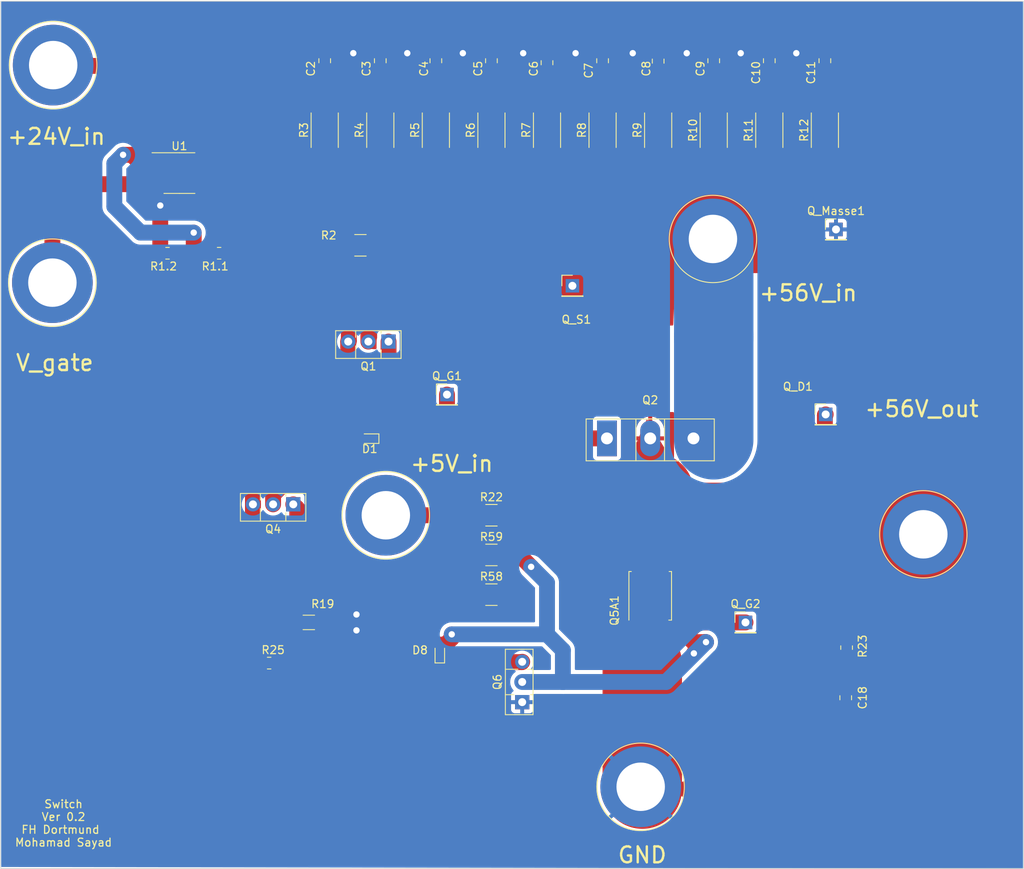
<source format=kicad_pcb>
(kicad_pcb (version 20221018) (generator pcbnew)
  (layers (0 "F.Cu" signal) (31 "B.Cu" signal) (34 "B.Paste" user) (35 "F.Paste" user) (36 "B.SilkS" user "B.Silkscreen") (37 "F.SilkS" user "F.Silkscreen") (38 "B.Mask" user) (39 "F.Mask" user) (44 "Edge.Cuts" user))
  (net 0 "")
  (net 1 "Net-(C18-Pad1)")
  (net 2 "GND")
  (net 3 "Net-(D1-K)")
  (net 4 "Net-(D8-A)")
  (net 5 "56V")
  (net 6 "D")
  (net 7 "Net-(Q4-B)")
  (net 8 "Tackt")
  (net 9 "Vp")
  (net 10 "Net-(C2-Pad1)")
  (net 11 "Net-(C3-Pad1)")
  (net 12 "Net-(C4-Pad1)")
  (net 13 "Net-(C5-Pad1)")
  (net 14 "Net-(C6-Pad1)")
  (net 15 "Net-(C7-Pad1)")
  (net 16 "Net-(C8-Pad1)")
  (net 17 "Net-(C9-Pad1)")
  (net 18 "Net-(C10-Pad1)")
  (net 19 "Net-(C11-Pad1)")
  (net 20 "G1")
  (net 21 "G2")
  (net 22 "Net-(Q4-E)")
  (net 23 "Net-(U1--)")
  (net 27 "Net-(U1-V+)")
  (footprint "Library:TO-247-3_MOSFET" (layer "F.Cu") (at 168.55 96.82)
    (fp_text reference "Q2" (at 5.45 -4.82) (layer "F.SilkS"))
    (fp_text value "IXTH90P10P")
    (fp_line (start -2.62 -2.451) (end -2.62 2.82) (stroke (width 0.12)) (layer "F.SilkS"))
    (fp_line (start -2.62 -2.451) (end 13.52 -2.451) (stroke (width 0.12)) (layer "F.SilkS"))
    (fp_line (start -2.62 2.82) (end 13.52 2.82) (stroke (width 0.12)) (layer "F.SilkS"))
    (fp_line (start 3.646 -2.451) (end 3.646 2.82) (stroke (width 0.12)) (layer "F.SilkS"))
    (fp_line (start 7.255 -2.451) (end 7.255 2.82) (stroke (width 0.12)) (layer "F.SilkS"))
    (fp_line (start 13.52 -2.451) (end 13.52 2.82) (stroke (width 0.12)) (layer "F.SilkS"))
    (pad "1" thru_hole oval (at 5.45 0) (size 2.5 4.5) (drill 1.5) (layers "*.Cu" "*.Mask") (net 6 "D"))
    (pad "2" thru_hole rect (at 0 0) (size 2.5 4.5) (drill 1.5) (layers "*.Cu" "*.Mask") (net 20 "G1"))
    (pad "3" thru_hole oval (at 10.9 0) (size 2.5 4.5) (drill 1.5) (layers "*.Cu" "*.Mask") (net 5 "56V"))
  )
  (footprint "Package_TO_SOT_THT:TO-126-3_Vertical" (layer "F.Cu") (at 157.875 130.04 90)
    (fp_text reference "Q6" (at 2.54 -3.12 90) (layer "F.SilkS"))
    (fp_text value "BD139")
    (fp_line (start -1.58 -2.12) (end -1.58 1.37) (stroke (width 0.12)) (layer "F.SilkS"))
    (fp_line (start -1.58 -2.12) (end 6.66 -2.12) (stroke (width 0.12)) (layer "F.SilkS"))
    (fp_line (start -1.58 1.37) (end 6.66 1.37) (stroke (width 0.12)) (layer "F.SilkS"))
    (fp_line (start 0.94 -2.12) (end 0.94 -1.05) (stroke (width 0.12)) (layer "F.SilkS"))
    (fp_line (start 0.94 1.05) (end 0.94 1.37) (stroke (width 0.12)) (layer "F.SilkS"))
    (fp_line (start 4.141 -2.12) (end 4.141 -0.54) (stroke (width 0.12)) (layer "F.SilkS"))
    (fp_line (start 4.141 0.54) (end 4.141 1.37) (stroke (width 0.12)) (layer "F.SilkS"))
    (fp_line (start 6.66 -2.12) (end 6.66 1.37) (stroke (width 0.12)) (layer "F.SilkS"))
    (pad "1" thru_hole rect (at 0 0 90) (size 1.8 1.8) (drill 1) (layers "*.Cu" "*.Mask") (net 2 "GND"))
    (pad "2" thru_hole oval (at 2.54 0 90) (size 1.8 1.8) (drill 1) (layers "*.Cu" "*.Mask") (net 21 "G2"))
    (pad "3" thru_hole oval (at 5.08 0 90) (size 1.8 1.8) (drill 1) (layers "*.Cu" "*.Mask") (net 4 "Net-(D8-A)"))
  )
  (footprint "Resistor_SMD:R_2512_6332Metric" (layer "F.Cu") (at 133 58 90)
    (fp_text reference "R3" (at 0 -2.62 90) (layer "F.SilkS"))
    (fp_text value "2R2")
    (fp_line (start -2.177064 -1.71) (end 2.177064 -1.71) (stroke (width 0.12)) (layer "F.SilkS"))
    (fp_line (start -2.177064 1.71) (end 2.177064 1.71) (stroke (width 0.12)) (layer "F.SilkS"))
    (pad "1" smd roundrect (at -2.9625 0 90) (size 1.225 3.35) (layers "F.Cu" "F.Paste" "F.Mask") (roundrect_rratio 0.204082) (net 5 "56V"))
    (pad "2" smd roundrect (at 2.9625 0 90) (size 1.225 3.35) (layers "F.Cu" "F.Paste" "F.Mask") (roundrect_rratio 0.204082) (net 10 "Net-(C2-Pad1)"))
  )
  (footprint "Resistor_SMD:R_2512_6332Metric" (layer "F.Cu") (at 175 58 90)
    (fp_text reference "R9" (at 0 -2.62 90) (layer "F.SilkS"))
    (fp_text value "2R2")
    (fp_line (start -2.177064 -1.71) (end 2.177064 -1.71) (stroke (width 0.12)) (layer "F.SilkS"))
    (fp_line (start -2.177064 1.71) (end 2.177064 1.71) (stroke (width 0.12)) (layer "F.SilkS"))
    (pad "1" smd roundrect (at -2.9625 0 90) (size 1.225 3.35) (layers "F.Cu" "F.Paste" "F.Mask") (roundrect_rratio 0.204082) (net 5 "56V"))
    (pad "2" smd roundrect (at 2.9625 0 90) (size 1.225 3.35) (layers "F.Cu" "F.Paste" "F.Mask") (roundrect_rratio 0.204082) (net 16 "Net-(C8-Pad1)"))
  )
  (footprint "Connector:Banana_Jack_1Pin" (layer "F.Cu") (at 98.7 77.2)
    (fp_text reference "V_gate" (at 0.3 10.1) (layer "F.SilkS") (effects (font (size 2 2) (thickness 0.3))))
    (fp_text value "Conn_01x01")
    (fp_circle (center 0 0) (end 5.5 0) (stroke (width 0.12)) (fill none) (layer "F.SilkS"))
    (pad "1" thru_hole circle (at 0 0) (size 10.16 10.16) (drill 6.1) (layers "*.Cu" "*.Mask") (net 8 "Tackt"))
  )
  (footprint "Capacitor_SMD:C_0805_2012Metric" (layer "F.Cu") (at 133 49.25 90)
    (fp_text reference "C2" (at -1 -1.75 90) (layer "F.SilkS"))
    (fp_text value "0.1uF")
    (fp_line (start -0.261252 -0.735) (end 0.261252 -0.735) (stroke (width 0.12)) (layer "F.SilkS"))
    (fp_line (start -0.261252 0.735) (end 0.261252 0.735) (stroke (width 0.12)) (layer "F.SilkS"))
    (pad "1" smd roundrect (at -0.95 0 90) (size 1 1.45) (layers "F.Cu" "F.Paste" "F.Mask") (net 10 "Net-(C2-Pad1)"))
    (pad "2" smd roundrect (at 0.95 0 90) (size 1 1.45) (layers "F.Cu" "F.Paste" "F.Mask") (net 2 "GND"))
  )
  (footprint "Capacitor_SMD:C_0805_2012Metric" (layer "F.Cu") (at 198.625 129.488316 -90)
    (fp_text reference "C18" (at 0 -2.125 90) (layer "F.SilkS"))
    (fp_text value "1nF")
    (fp_line (start -0.261252 -0.735) (end 0.261252 -0.735) (stroke (width 0.12)) (layer "F.SilkS"))
    (fp_line (start -0.261252 0.735) (end 0.261252 0.735) (stroke (width 0.12)) (layer "F.SilkS"))
    (pad "1" smd roundrect (at -0.95 0 270) (size 1 1.45) (layers "F.Cu" "F.Paste" "F.Mask") (net 1 "Net-(C18-Pad1)"))
    (pad "2" smd roundrect (at 0.95 0 270) (size 1 1.45) (layers "F.Cu" "F.Paste" "F.Mask") (net 2 "GND"))
  )
  (footprint "Library:D_SOD-523_new" (layer "F.Cu") (at 138.675 96.85 180)
    (fp_text reference "D1" (at 0 -1.3) (layer "F.SilkS"))
    (fp_text value "type=\"D\" model=\"BAT54XV2T5G\" lib=\"\"")
    (fp_line (start -1.15 -0.6) (end -1.15 0.6) (stroke (width 0.12)) (layer "F.SilkS"))
    (fp_line (start 0.7 -0.6) (end -1.15 -0.6) (stroke (width 0.12)) (layer "F.SilkS"))
    (fp_line (start 0.7 0.6) (end -1.15 0.6) (stroke (width 0.12)) (layer "F.SilkS"))
    (pad "1" smd rect (at -0.7 0) (size 0.6 0.7) (layers "F.Cu" "F.Paste" "F.Mask") (net 20 "G1"))
    (pad "2" smd rect (at 0.7 0) (size 0.6 0.7) (layers "F.Cu" "F.Paste" "F.Mask") (net 3 "Net-(D1-K)"))
  )
  (footprint "Capacitor_SMD:C_0805_2012Metric" (layer "F.Cu") (at 189 49.25 90)
    (fp_text reference "C10" (at -1.5 -1.68 90) (layer "F.SilkS"))
    (fp_text value "0.1uF")
    (fp_line (start -0.261252 -0.735) (end 0.261252 -0.735) (stroke (width 0.12)) (layer "F.SilkS"))
    (fp_line (start -0.261252 0.735) (end 0.261252 0.735) (stroke (width 0.12)) (layer "F.SilkS"))
    (pad "1" smd roundrect (at -0.95 0 90) (size 1 1.45) (layers "F.Cu" "F.Paste" "F.Mask") (net 18 "Net-(C10-Pad1)"))
    (pad "2" smd roundrect (at 0.95 0 90) (size 1 1.45) (layers "F.Cu" "F.Paste" "F.Mask") (net 2 "GND"))
  )
  (footprint "Package_TO_SOT_SMD:TDSON-8-1" (layer "F.Cu") (at 174 116.65 90)
    (fp_text reference "Q5A1" (at -1.85 -4.5 90) (layer "F.SilkS"))
    (fp_text value "BSC340N08NS3G")
    (fp_line (start -3.06 2.335) (end -3.06 2.685) (stroke (width 0.12)) (layer "F.SilkS"))
    (fp_line (start 3.06 -2.685) (end -3.06 -2.685) (stroke (width 0.12)) (layer "F.SilkS"))
    (fp_line (start 3.06 -2.385) (end 3.06 -2.685) (stroke (width 0.12)) (layer "F.SilkS"))
    (fp_line (start 3.06 2.385) (end 3.06 2.685) (stroke (width 0.12)) (layer "F.SilkS"))
    (fp_line (start 3.06 2.685) (end -3.06 2.685) (stroke (width 0.12)) (layer "F.SilkS"))
    (pad "1" smd rect (at -2.9 -1.905 90) (size 0.85 0.5) (layers "F.Cu" "F.Paste" "F.Mask") (net 2 "GND"))
    (pad "2" smd rect (at -2.9 -0.635 90) (size 0.85 0.5) (layers "F.Cu" "F.Paste" "F.Mask") (net 2 "GND"))
    (pad "3" smd rect (at -2.9 0.635 90) (size 0.85 0.5) (layers "F.Cu" "F.Paste" "F.Mask") (net 2 "GND"))
    (pad "4" smd rect (at -2.9 1.905 90) (size 0.85 0.5) (layers "F.Cu" "F.Paste" "F.Mask") (net 21 "G2"))
    (pad "5" smd rect (at 1.05 0 90) (size 4.55 4.41) (layers "F.Cu") (net 6 "D"))
  )
  (footprint "Capacitor_SMD:C_0805_2012Metric" (layer "F.Cu") (at 147 49.25 90)
    (fp_text reference "C4" (at -1 -1.5 90) (layer "F.SilkS"))
    (fp_text value "0.1uF")
    (fp_line (start -0.261252 -0.735) (end 0.261252 -0.735) (stroke (width 0.12)) (layer "F.SilkS"))
    (fp_line (start -0.261252 0.735) (end 0.261252 0.735) (stroke (width 0.12)) (layer "F.SilkS"))
    (pad "1" smd roundrect (at -0.95 0 90) (size 1 1.45) (layers "F.Cu" "F.Paste" "F.Mask") (net 12 "Net-(C4-Pad1)"))
    (pad "2" smd roundrect (at 0.95 0 90) (size 1 1.45) (layers "F.Cu" "F.Paste" "F.Mask") (net 2 "GND"))
  )
  (footprint "Capacitor_SMD:C_0805_2012Metric" (layer "F.Cu") (at 175 49.3 90)
    (fp_text reference "C8" (at -0.95 -1.5 90) (layer "F.SilkS"))
    (fp_text value "0.1uF")
    (fp_line (start -0.261252 -0.735) (end 0.261252 -0.735) (stroke (width 0.12)) (layer "F.SilkS"))
    (fp_line (start -0.261252 0.735) (end 0.261252 0.735) (stroke (width 0.12)) (layer "F.SilkS"))
    (pad "1" smd roundrect (at -0.95 0 90) (size 1 1.45) (layers "F.Cu" "F.Paste" "F.Mask") (net 16 "Net-(C8-Pad1)"))
    (pad "2" smd roundrect (at 0.95 0 90) (size 1 1.45) (layers "F.Cu" "F.Paste" "F.Mask") (net 2 "GND"))
  )
  (footprint "Resistor_SMD:R_1206_3216Metric" (layer "F.Cu") (at 131 120)
    (fp_text reference "R19" (at 1.75 -2.32) (layer "F.SilkS"))
    (fp_text value "120R")
    (fp_line (start -0.727064 -0.91) (end 0.727064 -0.91) (stroke (width 0.12)) (layer "F.SilkS"))
    (fp_line (start -0.727064 0.91) (end 0.727064 0.91) (stroke (width 0.12)) (layer "F.SilkS"))
    (pad "1" smd roundrect (at -1.4625 0) (size 1.125 1.75) (layers "F.Cu" "F.Paste" "F.Mask") (roundrect_rratio 0.222222) (net 22 "Net-(Q4-E)"))
    (pad "2" smd roundrect (at 1.4625 0) (size 1.125 1.75) (layers "F.Cu" "F.Paste" "F.Mask") (roundrect_rratio 0.222222) (net 2 "GND"))
  )
  (footprint "Connector:Banana_Jack_1Pin" (layer "F.Cu") (at 98.8 49.8)
    (fp_text reference "+24V_in" (at 0.4 9) (layer "F.SilkS") (effects (font (size 2 2) (thickness 0.3))))
    (fp_text value "Conn_01x01")
    (fp_circle (center 0 0) (end 5.5 0) (stroke (width 0.12)) (fill none) (layer "F.SilkS"))
    (pad "1" thru_hole circle (at 0 0) (size 10.16 10.16) (drill 6.1) (layers "*.Cu" "*.Mask") (net 27 "Net-(U1-V+)"))
  )
  (footprint "Resistor_SMD:R_0805_2012Metric" (layer "F.Cu") (at 126 125.125)
    (fp_text reference "R25" (at 0.5 -1.65) (layer "F.SilkS"))
    (fp_text value "4k7")
    (fp_line (start -0.227064 -0.735) (end 0.227064 -0.735) (stroke (width 0.12)) (layer "F.SilkS"))
    (fp_line (start -0.227064 0.735) (end 0.227064 0.735) (stroke (width 0.12)) (layer "F.SilkS"))
    (pad "1" smd roundrect (at -0.9125 0) (size 1.025 1.4) (layers "F.Cu" "F.Paste" "F.Mask") (roundrect_rratio 0.243902) (net 7 "Net-(Q4-B)"))
    (pad "2" smd roundrect (at 0.9125 0) (size 1.025 1.4) (layers "F.Cu" "F.Paste" "F.Mask") (roundrect_rratio 0.243902) (net 4 "Net-(D8-A)"))
  )
  (footprint "Connector_PinHeader_2.54mm:PinHeader_1x01_P2.54mm_Vertical" (layer "F.Cu") (at 164.2 77.6)
    (fp_text reference "Q_S1" (at 0.5 4.25) (layer "F.SilkS"))
    (fp_text value "Conn_01x01")
    (fp_line (start -1.33 -1.33) (end 0 -1.33) (stroke (width 0.12)) (layer "F.SilkS"))
    (fp_line (start -1.33 0) (end -1.33 -1.33) (stroke (width 0.12)) (layer "F.SilkS"))
    (fp_line (start -1.33 1.27) (end -1.33 1.33) (stroke (width 0.12)) (layer "F.SilkS"))
    (fp_line (start -1.33 1.27) (end 1.33 1.27) (stroke (width 0.12)) (layer "F.SilkS"))
    (fp_line (start -1.33 1.33) (end 1.33 1.33) (stroke (width 0.12)) (layer "F.SilkS"))
    (fp_line (start 1.33 1.27) (end 1.33 1.33) (stroke (width 0.12)) (layer "F.SilkS"))
    (pad "1" thru_hole rect (at 0 0) (size 1.7 1.7) (drill 1) (layers "*.Cu" "*.Mask") (net 5 "56V"))
  )
  (footprint "Connector:Banana_Jack_1Pin" (layer "F.Cu") (at 181.9 71.7)
    (fp_text reference "+56V_in" (at 12 6.8) (layer "F.SilkS") (effects (font (size 2 2) (thickness 0.3))))
    (fp_text value "Conn_01x01")
    (fp_circle (center 0 0) (end 5.5 0) (stroke (width 0.12)) (fill none) (layer "F.SilkS"))
    (pad "1" thru_hole circle (at 0 0) (size 10.16 10.16) (drill 6.1) (layers "*.Cu" "*.Mask") (net 5 "56V"))
  )
  (footprint "Capacitor_SMD:C_0805_2012Metric" (layer "F.Cu") (at 140 49.25 90)
    (fp_text reference "C3" (at -1 -1.75 90) (layer "F.SilkS"))
    (fp_text value "0.1uF")
    (fp_line (start -0.261252 -0.735) (end 0.261252 -0.735) (stroke (width 0.12)) (layer "F.SilkS"))
    (fp_line (start -0.261252 0.735) (end 0.261252 0.735) (stroke (width 0.12)) (layer "F.SilkS"))
    (pad "1" smd roundrect (at -0.95 0 90) (size 1 1.45) (layers "F.Cu" "F.Paste" "F.Mask") (net 11 "Net-(C3-Pad1)"))
    (pad "2" smd roundrect (at 0.95 0 90) (size 1 1.45) (layers "F.Cu" "F.Paste" "F.Mask") (net 2 "GND"))
  )
  (footprint "Connector_PinHeader_2.54mm:PinHeader_1x01_P2.54mm_Vertical" (layer "F.Cu") (at 148.4 91.3)
    (fp_text reference "Q_G1" (at 0 -2.33) (layer "F.SilkS"))
    (fp_text value "Conn_01x01")
    (fp_line (start -1.33 -1.33) (end 0 -1.33) (stroke (width 0.12)) (layer "F.SilkS"))
    (fp_line (start -1.33 0) (end -1.33 -1.33) (stroke (width 0.12)) (layer "F.SilkS"))
    (fp_line (start -1.33 1.27) (end -1.33 1.33) (stroke (width 0.12)) (layer "F.SilkS"))
    (fp_line (start -1.33 1.27) (end 1.33 1.27) (stroke (width 0.12)) (layer "F.SilkS"))
    (fp_line (start -1.33 1.33) (end 1.33 1.33) (stroke (width 0.12)) (layer "F.SilkS"))
    (fp_line (start 1.33 1.27) (end 1.33 1.33) (stroke (width 0.12)) (layer "F.SilkS"))
    (pad "1" thru_hole rect (at 0 0) (size 1.7 1.7) (drill 1) (layers "*.Cu" "*.Mask") (net 20 "G1"))
  )
  (footprint "Resistor_SMD:R_2512_6332Metric" (layer "F.Cu") (at 147 58 90)
    (fp_text reference "R5" (at 0 -2.62 90) (layer "F.SilkS"))
    (fp_text value "2R2")
    (fp_line (start -2.177064 -1.71) (end 2.177064 -1.71) (stroke (width 0.12)) (layer "F.SilkS"))
    (fp_line (start -2.177064 1.71) (end 2.177064 1.71) (stroke (width 0.12)) (layer "F.SilkS"))
    (pad "1" smd roundrect (at -2.9625 0 90) (size 1.225 3.35) (layers "F.Cu" "F.Paste" "F.Mask") (roundrect_rratio 0.204082) (net 5 "56V"))
    (pad "2" smd roundrect (at 2.9625 0 90) (size 1.225 3.35) (layers "F.Cu" "F.Paste" "F.Mask") (roundrect_rratio 0.204082) (net 12 "Net-(C4-Pad1)"))
  )
  (footprint "Connector:Banana_Jack_1Pin" (layer "F.Cu") (at 208.4 108.9)
    (fp_text reference "+56V_out" (at -0.2 -15.8) (layer "F.SilkS") (effects (font (size 2 2) (thickness 0.3))))
    (fp_text value "Conn_01x01")
    (fp_circle (center 0 0) (end 5.5 0) (stroke (width 0.12)) (fill none) (layer "F.SilkS"))
    (pad "1" thru_hole circle (at 0 0) (size 10.16 10.16) (drill 6.1) (layers "*.Cu" "*.Mask") (net 6 "D"))
  )
  (footprint "Capacitor_SMD:C_0805_2012Metric" (layer "F.Cu") (at 196 49.25 90)
    (fp_text reference "C11" (at -1.5 -1.75 90) (layer "F.SilkS"))
    (fp_text value "0.1uF")
    (fp_line (start -0.261252 -0.735) (end 0.261252 -0.735) (stroke (width 0.12)) (layer "F.SilkS"))
    (fp_line (start -0.261252 0.735) (end 0.261252 0.735) (stroke (width 0.12)) (layer "F.SilkS"))
    (pad "1" smd roundrect (at -0.95 0 90) (size 1 1.45) (layers "F.Cu" "F.Paste" "F.Mask") (net 19 "Net-(C11-Pad1)"))
    (pad "2" smd roundrect (at 0.95 0 90) (size 1 1.45) (layers "F.Cu" "F.Paste" "F.Mask") (net 2 "GND"))
  )
  (footprint "Connector_PinHeader_2.54mm:PinHeader_1x01_P2.54mm_Vertical" (layer "F.Cu") (at 186 120)
    (fp_text reference "Q_G2" (at 0 -2.33) (layer "F.SilkS"))
    (fp_text value "Conn_01x01")
    (fp_line (start -1.33 -1.33) (end 0 -1.33) (stroke (width 0.12)) (layer "F.SilkS"))
    (fp_line (start -1.33 0) (end -1.33 -1.33) (stroke (width 0.12)) (layer "F.SilkS"))
    (fp_line (start -1.33 1.27) (end -1.33 1.33) (stroke (width 0.12)) (layer "F.SilkS"))
    (fp_line (start -1.33 1.27) (end 1.33 1.27) (stroke (width 0.12)) (layer "F.SilkS"))
    (fp_line (start -1.33 1.33) (end 1.33 1.33) (stroke (width 0.12)) (layer "F.SilkS"))
    (fp_line (start 1.33 1.27) (end 1.33 1.33) (stroke (width 0.12)) (layer "F.SilkS"))
    (pad "1" thru_hole rect (at 0 0) (size 1.7 1.7) (drill 1) (layers "*.Cu" "*.Mask") (net 21 "G2"))
  )
  (footprint "Resistor_SMD:R_0805_2012Metric" (layer "F.Cu") (at 198.735 123.173752 -90)
    (fp_text reference "R23" (at -0.173752 -2.015 90) (layer "F.SilkS"))
    (fp_text value "2R2")
    (fp_line (start -0.227064 -0.735) (end 0.227064 -0.735) (stroke (width 0.12)) (layer "F.SilkS"))
    (fp_line (start -0.227064 0.735) (end 0.227064 0.735) (stroke (width 0.12)) (layer "F.SilkS"))
    (pad "1" smd roundrect (at -0.9125 0 270) (size 1.025 1.4) (layers "F.Cu" "F.Paste" "F.Mask") (roundrect_rratio 0.243902) (net 6 "D"))
    (pad "2" smd roundrect (at 0.9125 0 270) (size 1.025 1.4) (layers "F.Cu" "F.Paste" "F.Mask") (roundrect_rratio 0.243902) (net 1 "Net-(C18-Pad1)"))
  )
  (footprint "Connector:Banana_Jack_1Pin" (layer "F.Cu") (at 140.7 106.5)
    (fp_text reference "+5V_in" (at 8.3 -6.5) (layer "F.SilkS") (effects (font (size 2 2) (thickness 0.3))))
    (fp_text value "Conn_01x01")
    (fp_circle (center 0 0) (end 5.5 0) (stroke (width 0.12)) (fill none) (layer "F.SilkS"))
    (pad "1" thru_hole circle (at 0 0) (size 10.16 10.16) (drill 6.1) (layers "*.Cu" "*.Mask") (net 9 "Vp"))
  )
  (footprint "Resistor_SMD:R_2512_6332Metric" (layer "F.Cu") (at 168 58 90)
    (fp_text reference "R8" (at 0 -2.62 90) (layer "F.SilkS"))
    (fp_text value "2R2")
    (fp_line (start -2.177064 -1.71) (end 2.177064 -1.71) (stroke (width 0.12)) (layer "F.SilkS"))
    (fp_line (start -2.177064 1.71) (end 2.177064 1.71) (stroke (width 0.12)) (layer "F.SilkS"))
    (pad "1" smd roundrect (at -2.9625 0 90) (size 1.225 3.35) (layers "F.Cu" "F.Paste" "F.Mask") (roundrect_rratio 0.204082) (net 5 "56V"))
    (pad "2" smd roundrect (at 2.9625 0 90) (size 1.225 3.35) (layers "F.Cu" "F.Paste" "F.Mask") (roundrect_rratio 0.204082) (net 15 "Net-(C7-Pad1)"))
  )
  (footprint "Capacitor_SMD:C_0805_2012Metric" (layer "F.Cu") (at 154 49.25 90)
    (fp_text reference "C5" (at -1 -1.68 90) (layer "F.SilkS"))
    (fp_text value "0.1uF")
    (fp_line (start -0.261252 -0.735) (end 0.261252 -0.735) (stroke (width 0.12)) (layer "F.SilkS"))
    (fp_line (start -0.261252 0.735) (end 0.261252 0.735) (stroke (width 0.12)) (layer "F.SilkS"))
    (pad "1" smd roundrect (at -0.95 0 90) (size 1 1.45) (layers "F.Cu" "F.Paste" "F.Mask") (net 13 "Net-(C5-Pad1)"))
    (pad "2" smd roundrect (at 0.95 0 90) (size 1 1.45) (layers "F.Cu" "F.Paste" "F.Mask") (net 2 "GND"))
  )
  (footprint "Package_SO:SOIC-8_3.9x4.9mm_P1.27mm" (layer "F.Cu") (at 114.7 63.4)
    (fp_text reference "U1" (at 0 -3.4) (layer "F.SilkS"))
    (fp_text value "AD8033")
    (fp_line (start 0 -2.56) (end -3.45 -2.56) (stroke (width 0.12)) (layer "F.SilkS"))
    (fp_line (start 0 -2.56) (end 1.95 -2.56) (stroke (width 0.12)) (layer "F.SilkS"))
    (fp_line (start 0 2.56) (end -1.95 2.56) (stroke (width 0.12)) (layer "F.SilkS"))
    (fp_line (start 0 2.56) (end 1.95 2.56) (stroke (width 0.12)) (layer "F.SilkS"))
    (pad "1" smd roundrect (at -2.475 -1.905) (size 1.95 0.6) (layers "F.Cu" "F.Paste" "F.Mask"))
    (pad "2" smd roundrect (at -2.475 -0.635) (size 1.95 0.6) (layers "F.Cu" "F.Paste" "F.Mask") (net 23 "Net-(U1--)"))
    (pad "3" smd roundrect (at -2.475 0.635) (size 1.95 0.6) (layers "F.Cu" "F.Paste" "F.Mask") (net 8 "Tackt"))
    (pad "4" smd roundrect (at -2.475 1.905) (size 1.95 0.6) (layers "F.Cu" "F.Paste" "F.Mask") (net 2 "GND"))
    (pad "5" smd roundrect (at 2.475 1.905) (size 1.95 0.6) (layers "F.Cu" "F.Paste" "F.Mask"))
    (pad "6" smd roundrect (at 2.475 0.635) (size 1.95 0.6) (layers "F.Cu" "F.Paste" "F.Mask") (net 7 "Net-(Q4-B)"))
    (pad "7" smd roundrect (at 2.475 -0.635) (size 1.95 0.6) (layers "F.Cu" "F.Paste" "F.Mask") (net 27 "Net-(U1-V+)"))
    (pad "8" smd roundrect (at 2.475 -1.905) (size 1.95 0.6) (layers "F.Cu" "F.Paste" "F.Mask"))
  )
  (footprint "Package_TO_SOT_THT:TO-126-3_Vertical" (layer "F.Cu") (at 141.04 84.625 180)
    (fp_text reference "Q1" (at 2.54 -3.12) (layer "F.SilkS"))
    (fp_text value "BD139")
    (fp_line (start -1.58 -2.12) (end -1.58 1.37) (stroke (width 0.12)) (layer "F.SilkS"))
    (fp_line (start -1.58 -2.12) (end 6.66 -2.12) (stroke (width 0.12)) (layer "F.SilkS"))
    (fp_line (start -1.58 1.37) (end 6.66 1.37) (stroke (width 0.12)) (layer "F.SilkS"))
    (fp_line (start 0.94 -2.12) (end 0.94 -1.05) (stroke (width 0.12)) (layer "F.SilkS"))
    (fp_line (start 0.94 1.05) (end 0.94 1.37) (stroke (width 0.12)) (layer "F.SilkS"))
    (fp_line (start 4.141 -2.12) (end 4.141 -0.54) (stroke (width 0.12)) (layer "F.SilkS"))
    (fp_line (start 4.141 0.54) (end 4.141 1.37) (stroke (width 0.12)) (layer "F.SilkS"))
    (fp_line (start 6.66 -2.12) (end 6.66 1.37) (stroke (width 0.12)) (layer "F.SilkS"))
    (pad "1" thru_hole rect (at 0 0 180) (size 1.8 1.8) (drill 1) (layers "*.Cu" "*.Mask") (net 20 "G1"))
    (pad "2" thru_hole oval (at 2.54 0 180) (size 1.8 1.8) (drill 1) (layers "*.Cu" "*.Mask") (net 5 "56V"))
    (pad "3" thru_hole oval (at 5.08 0 180) (size 1.8 1.8) (drill 1) (layers "*.Cu" "*.Mask") (net 3 "Net-(D1-K)"))
  )
  (footprint "Resistor_SMD:R_2512_6332Metric" (layer "F.Cu") (at 189 58 90)
    (fp_text reference "R11" (at 0 -2.62 90) (layer "F.SilkS"))
    (fp_text value "2R2")
    (fp_line (start -2.177064 -1.71) (end 2.177064 -1.71) (stroke (width 0.12)) (layer "F.SilkS"))
    (fp_line (start -2.177064 1.71) (end 2.177064 1.71) (stroke (width 0.12)) (layer "F.SilkS"))
    (pad "1" smd roundrect (at -2.9625 0 90) (size 1.225 3.35) (layers "F.Cu" "F.Paste" "F.Mask") (roundrect_rratio 0.204082) (net 5 "56V"))
    (pad "2" smd roundrect (at 2.9625 0 90) (size 1.225 3.35) (layers "F.Cu" "F.Paste" "F.Mask") (roundrect_rratio 0.204082) (net 18 "Net-(C10-Pad1)"))
  )
  (footprint "Resistor_SMD:R_1210_3225Metric" (layer "F.Cu") (at 154 111.5)
    (fp_text reference "R59" (at 0 -2.28) (layer "F.SilkS"))
    (fp_text value "220R")
    (fp_line (start -0.723737 -1.355) (end 0.723737 -1.355) (stroke (width 0.12)) (layer "F.SilkS"))
    (fp_line (start -0.723737 1.355) (end 0.723737 1.355) (stroke (width 0.12)) (layer "F.SilkS"))
    (pad "1" smd roundrect (at -1.4625 0) (size 1.125 2.65) (layers "F.Cu" "F.Paste" "F.Mask") (roundrect_rratio 0.222222) (net 9 "Vp"))
    (pad "2" smd roundrect (at 1.4625 0) (size 1.125 2.65) (layers "F.Cu" "F.Paste" "F.Mask") (roundrect_rratio 0.222222) (net 21 "G2"))
  )
  (footprint "Resistor_SMD:R_1210_3225Metric" (layer "F.Cu") (at 154 106.5)
    (fp_text reference "R22" (at 0 -2.28) (layer "F.SilkS"))
    (fp_text value "220R")
    (fp_line (start -0.723737 -1.355) (end 0.723737 -1.355) (stroke (width 0.12)) (layer "F.SilkS"))
    (fp_line (start -0.723737 1.355) (end 0.723737 1.355) (stroke (width 0.12)) (layer "F.SilkS"))
    (pad "1" smd roundrect (at -1.4625 0) (size 1.125 2.65) (layers "F.Cu" "F.Paste" "F.Mask") (roundrect_rratio 0.222222) (net 9 "Vp"))
    (pad "2" smd roundrect (at 1.4625 0) (size 1.125 2.65) (layers "F.Cu" "F.Paste" "F.Mask") (roundrect_rratio 0.222222) (net 21 "G2"))
  )
  (footprint "Resistor_SMD:R_2512_6332Metric" (layer "F.Cu") (at 196 58 90)
    (fp_text reference "R12" (at 0 -2.62 90) (layer "F.SilkS"))
    (fp_text value "2R2")
    (fp_line (start -2.177064 -1.71) (end 2.177064 -1.71) (stroke (width 0.12)) (layer "F.SilkS"))
    (fp_line (start -2.177064 1.71) (end 2.177064 1.71) (stroke (width 0.12)) (layer "F.SilkS"))
    (pad "1" smd roundrect (at -2.9625 0 90) (size 1.225 3.35) (layers "F.Cu" "F.Paste" "F.Mask") (roundrect_rratio 0.204082) (net 5 "56V"))
    (pad "2" smd roundrect (at 2.9625 0 90) (size 1.225 3.35) (layers "F.Cu" "F.Paste" "F.Mask") (roundrect_rratio 0.204082) (net 19 "Net-(C11-Pad1)"))
  )
  (footprint "Resistor_SMD:R_1210_3225Metric" (layer "F.Cu") (at 154 116.5)
    (fp_text reference "R58" (at 0 -2.28) (layer "F.SilkS"))
    (fp_text value "220R")
    (fp_line (start -0.723737 -1.355) (end 0.723737 -1.355) (stroke (width 0.12)) (layer "F.SilkS"))
    (fp_line (start -0.723737 1.355) (end 0.723737 1.355) (stroke (width 0.12)) (layer "F.SilkS"))
    (pad "1" smd roundrect (at -1.4625 0) (size 1.125 2.65) (layers "F.Cu" "F.Paste" "F.Mask") (roundrect_rratio 0.222222) (net 9 "Vp"))
    (pad "2" smd roundrect (at 1.4625 0) (size 1.125 2.65) (layers "F.Cu" "F.Paste" "F.Mask") (roundrect_rratio 0.222222) (net 21 "G2"))
  )
  (footprint "Resistor_SMD:R_1210_3225Metric" (layer "F.Cu") (at 137.5 72.5 180)
    (fp_text reference "R2" (at 4 1.25) (layer "F.SilkS"))
    (fp_text value "330R")
    (fp_line (start -0.723737 -1.355) (end 0.723737 -1.355) (stroke (width 0.12)) (layer "F.SilkS"))
    (fp_line (start -0.723737 1.355) (end 0.723737 1.355) (stroke (width 0.12)) (layer "F.SilkS"))
    (pad "1" smd roundrect (at -1.4625 0 180) (size 1.125 2.65) (layers "F.Cu" "F.Paste" "F.Mask") (roundrect_rratio 0.222222) (net 5 "56V"))
    (pad "2" smd roundrect (at 1.4625 0 180) (size 1.125 2.65) (layers "F.Cu" "F.Paste" "F.Mask") (roundrect_rratio 0.222222) (net 3 "Net-(D1-K)"))
  )
  (footprint "Capacitor_SMD:C_0805_2012Metric" (layer "F.Cu") (at 182 49.25 90)
    (fp_text reference "C9" (at -1 -1.68 90) (layer "F.SilkS"))
    (fp_text value "0.1uF")
    (fp_line (start -0.261252 -0.735) (end 0.261252 -0.735) (stroke (width 0.12)) (layer "F.SilkS"))
    (fp_line (start -0.261252 0.735) (end 0.261252 0.735) (stroke (width 0.12)) (layer "F.SilkS"))
    (pad "1" smd roundrect (at -0.95 0 90) (size 1 1.45) (layers "F.Cu" "F.Paste" "F.Mask") (net 17 "Net-(C9-Pad1)"))
    (pad "2" smd roundrect (at 0.95 0 90) (size 1 1.45) (layers "F.Cu" "F.Paste" "F.Mask") (net 2 "GND"))
  )
  (footprint "Connector_PinHeader_2.54mm:PinHeader_1x01_P2.54mm_Vertical" (layer "F.Cu") (at 197.4 70.5)
    (fp_text reference "Q_Masse1" (at 0 -2.33) (layer "F.SilkS"))
    (fp_text value "Conn_01x01")
    (fp_line (start -1.33 -1.33) (end 0 -1.33) (stroke (width 0.12)) (layer "F.SilkS"))
    (fp_line (start -1.33 0) (end -1.33 -1.33) (stroke (width 0.12)) (layer "F.SilkS"))
    (fp_line (start -1.33 1.27) (end -1.33 1.33) (stroke (width 0.12)) (layer "F.SilkS"))
    (fp_line (start -1.33 1.27) (end 1.33 1.27) (stroke (width 0.12)) (layer "F.SilkS"))
    (fp_line (start -1.33 1.33) (end 1.33 1.33) (stroke (width 0.12)) (layer "F.SilkS"))
    (fp_line (start 1.33 1.27) (end 1.33 1.33) (stroke (width 0.12)) (layer "F.SilkS"))
    (pad "1" thru_hole rect (at 0 0) (size 1.7 1.7) (drill 1) (layers "*.Cu" "*.Mask") (net 2 "GND"))
  )
  (footprint "Connector_PinHeader_2.54mm:PinHeader_1x01_P2.54mm_Vertical" (layer "F.Cu") (at 196.1 93.8)
    (fp_text reference "Q_D1" (at -3.5 -3.5) (layer "F.SilkS"))
    (fp_text value "Conn_01x01")
    (fp_line (start -1.33 -1.33) (end 0 -1.33) (stroke (width 0.12)) (layer "F.SilkS"))
    (fp_line (start -1.33 0) (end -1.33 -1.33) (stroke (width 0.12)) (layer "F.SilkS"))
    (fp_line (start -1.33 1.27) (end -1.33 1.33) (stroke (width 0.12)) (layer "F.SilkS"))
    (fp_line (start -1.33 1.27) (end 1.33 1.27) (stroke (width 0.12)) (layer "F.SilkS"))
    (fp_line (start -1.33 1.33) (end 1.33 1.33) (stroke (width 0.12)) (layer "F.SilkS"))
    (fp_line (start 1.33 1.27) (end 1.33 1.33) (stroke (width 0.12)) (layer "F.SilkS"))
    (pad "1" thru_hole rect (at 0 0) (size 1.7 1.7) (drill 1) (layers "*.Cu" "*.Mask") (net 6 "D"))
  )
  (footprint "Capacitor_SMD:C_0805_2012Metric" (layer "F.Cu") (at 168 49.25 90)
    (fp_text reference "C7" (at -1.25 -1.75 90) (layer "F.SilkS"))
    (fp_text value "0.1uF")
    (fp_line (start -0.261252 -0.735) (end 0.261252 -0.735) (stroke (width 0.12)) (layer "F.SilkS"))
    (fp_line (start -0.261252 0.735) (end 0.261252 0.735) (stroke (width 0.12)) (layer "F.SilkS"))
    (pad "1" smd roundrect (at -0.95 0 90) (size 1 1.45) (layers "F.Cu" "F.Paste" "F.Mask") (net 15 "Net-(C7-Pad1)"))
    (pad "2" smd roundrect (at 0.95 0 90) (size 1 1.45) (layers "F.Cu" "F.Paste" "F.Mask") (net 2 "GND"))
  )
  (footprint "Resistor_SMD:R_2512_6332Metric" (layer "F.Cu") (at 140 58 90)
    (fp_text reference "R4" (at 0 -2.62 90) (layer "F.SilkS"))
    (fp_text value "2R2")
    (fp_line (start -2.177064 -1.71) (end 2.177064 -1.71) (stroke (width 0.12)) (layer "F.SilkS"))
    (fp_line (start -2.177064 1.71) (end 2.177064 1.71) (stroke (width 0.12)) (layer "F.SilkS"))
    (pad "1" smd roundrect (at -2.9625 0 90) (size 1.225 3.35) (layers "F.Cu" "F.Paste" "F.Mask") (roundrect_rratio 0.204082) (net 5 "56V"))
    (pad "2" smd roundrect (at 2.9625 0 90) (size 1.225 3.35) (layers "F.Cu" "F.Paste" "F.Mask") (roundrect_rratio 0.204082) (net 11 "Net-(C3-Pad1)"))
  )
  (footprint "Resistor_SMD:R_0805_2012Metric" (layer "F.Cu") (at 113.2 73.5 180)
    (fp_text reference "R1.2" (at 0.5 -1.65) (layer "F.SilkS"))
    (fp_text value "2k")
    (fp_line (start -0.227064 -0.735) (end 0.227064 -0.735) (stroke (width 0.12)) (layer "F.SilkS"))
    (fp_line (start -0.227064 0.735) (end 0.227064 0.735) (stroke (width 0.12)) (layer "F.SilkS"))
    (pad "1" smd roundrect (at -0.9125 0 180) (size 1.025 1.4) (layers "F.Cu" "F.Paste" "F.Mask") (roundrect_rratio 0.243902) (net 23 "Net-(U1--)"))
    (pad "2" smd roundrect (at 0.9125 0 180) (size 1.025 1.4) (layers "F.Cu" "F.Paste" "F.Mask") (roundrect_rratio 0.243902) (net 2 "GND"))
  )
  (footprint "Resistor_SMD:R_2512_6332Metric" (layer "F.Cu") (at 161 58 90)
    (fp_text reference "R7" (at 0 -2.62 90) (layer "F.SilkS"))
    (fp_text value "2R2")
    (fp_line (start -2.177064 -1.71) (end 2.177064 -1.71) (stroke (width 0.12)) (layer "F.SilkS"))
    (fp_line (start -2.177064 1.71) (end 2.177064 1.71) (stroke (width 0.12)) (layer "F.SilkS"))
    (pad "1" smd roundrect (at -2.9625 0 90) (size 1.225 3.35) (layers "F.Cu" "F.Paste" "F.Mask") (roundrect_rratio 0.204082) (net 5 "56V"))
    (pad "2" smd roundrect (at 2.9625 0 90) (size 1.225 3.35) (layers "F.Cu" "F.Paste" "F.Mask") (roundrect_rratio 0.204082) (net 14 "Net-(C6-Pad1)"))
  )
  (footprint "Connector:Banana_Jack_1Pin" (layer "F.Cu") (at 172.8 140.7)
    (fp_text reference "GND" (at 0.2 8.6) (layer "F.SilkS") (effects (font (size 2 2) (thickness 0.3))))
    (fp_text value "Conn_01x01")
    (fp_circle (center 0 0) (end 5.5 0) (stroke (width 0.12)) (fill none) (layer "F.SilkS"))
    (pad "1" thru_hole circle (at 0 0) (size 10.16 10.16) (drill 6.1) (layers "*.Cu" "*.Mask") (net 2 "GND"))
  )
  (footprint "Package_TO_SOT_THT:TO-126-3_Vertical" (layer "F.Cu") (at 129.04 105.125 180)
    (fp_text reference "Q4" (at 2.54 -3.12) (layer "F.SilkS"))
    (fp_text value "BD139")
    (fp_line (start -1.58 -2.12) (end -1.58 1.37) (stroke (width 0.12)) (layer "F.SilkS"))
    (fp_line (start -1.58 -2.12) (end 6.66 -2.12) (stroke (width 0.12)) (layer "F.SilkS"))
    (fp_line (start -1.58 1.37) (end 6.66 1.37) (stroke (width 0.12)) (layer "F.SilkS"))
    (fp_line (start 0.94 -2.12) (end 0.94 -1.05) (stroke (width 0.12)) (layer "F.SilkS"))
    (fp_line (start 0.94 1.05) (end 0.94 1.37) (stroke (width 0.12)) (layer "F.SilkS"))
    (fp_line (start 4.141 -2.12) (end 4.141 -0.54) (stroke (width 0.12)) (layer "F.SilkS"))
    (fp_line (start 4.141 0.54) (end 4.141 1.37) (stroke (width 0.12)) (layer "F.SilkS"))
    (fp_line (start 6.66 -2.12) (end 6.66 1.37) (stroke (width 0.12)) (layer "F.SilkS"))
    (pad "1" thru_hole rect (at 0 0 180) (size 1.8 1.8) (drill 1) (layers "*.Cu" "*.Mask") (net 22 "Net-(Q4-E)"))
    (pad "2" thru_hole oval (at 2.54 0 180) (size 1.8 1.8) (drill 1) (layers "*.Cu" "*.Mask") (net 3 "Net-(D1-K)"))
    (pad "3" thru_hole oval (at 5.08 0 180) (size 1.8 1.8) (drill 1) (layers "*.Cu" "*.Mask") (net 7 "Net-(Q4-B)"))
  )
  (footprint "Library:D_SOD-523_new" (layer "F.Cu") (at 147.5 123.95 90)
    (fp_text reference "D8" (at 0.45 -2.5 180) (layer "F.SilkS"))
    (fp_text value "type=\"D\" model=\"BAT54XV2T5G\" lib=\"\"")
    (fp_line (start -1.15 -0.6) (end -1.15 0.6) (stroke (width 0.12)) (layer "F.SilkS"))
    (fp_line (start 0.7 -0.6) (end -1.15 -0.6) (stroke (width 0.12)) (layer "F.SilkS"))
    (fp_line (start 0.7 0.6) (end -1.15 0.6) (stroke (width 0.12)) (layer "F.SilkS"))
    (pad "1" smd rect (at -0.7 0 270) (size 0.6 0.7) (layers "F.Cu" "F.Paste" "F.Mask") (net 4 "Net-(D8-A)"))
    (pad "2" smd rect (at 0.7 0 270) (size 0.6 0.7) (layers "F.Cu" "F.Paste" "F.Mask") (net 21 "G2"))
  )
  (footprint "Resistor_SMD:R_2512_6332Metric" (layer "F.Cu") (at 154 58 90)
    (fp_text reference "R6" (at 0 -2.62 90) (layer "F.SilkS"))
    (fp_text value "2R2")
    (fp_line (start -2.177064 -1.71) (end 2.177064 -1.71) (stroke (width 0.12)) (layer "F.SilkS"))
    (fp_line (start -2.177064 1.71) (end 2.177064 1.71) (stroke (width 0.12)) (layer "F.SilkS"))
    (pad "1" smd roundrect (at -2.9625 0 90) (size 1.225 3.35) (layers "F.Cu" "F.Paste" "F.Mask") (roundrect_rratio 0.204082) (net 5 "56V"))
    (pad "2" smd roundrect (at 2.9625 0 90) (size 1.225 3.35) (layers "F.Cu" "F.Paste" "F.Mask") (roundrect_rratio 0.204082) (net 13 "Net-(C5-Pad1)"))
  )
  (footprint "Resistor_SMD:R_0805_2012Metric" (layer "F.Cu") (at 119.7 73.5 180)
    (fp_text reference "R1.1" (at 0.5 -1.65) (layer "F.SilkS"))
    (fp_text value "10k")
    (fp_line (start -0.227064 -0.735) (end 0.227064 -0.735) (stroke (width 0.12)) (layer "F.SilkS"))
    (fp_line (start -0.227064 0.735) (end 0.227064 0.735) (stroke (width 0.12)) (layer "F.SilkS"))
    (pad "1" smd roundrect (at -0.9125 0 180) (size 1.025 1.4) (layers "F.Cu" "F.Paste" "F.Mask") (roundrect_rratio 0.243902) (net 7 "Net-(Q4-B)"))
    (pad "2" smd roundrect (at 0.9125 0 180) (size 1.025 1.4) (layers "F.Cu" "F.Paste" "F.Mask") (roundrect_rratio 0.243902) (net 23 "Net-(U1--)"))
  )
  (footprint "Resistor_SMD:R_2512_6332Metric" (layer "F.Cu") (at 182 58 90)
    (fp_text reference "R10" (at 0 -2.62 90) (layer "F.SilkS"))
    (fp_text value "2R2")
    (fp_line (start -2.177064 -1.71) (end 2.177064 -1.71) (stroke (width 0.12)) (layer "F.SilkS"))
    (fp_line (start -2.177064 1.71) (end 2.177064 1.71) (stroke (width 0.12)) (layer "F.SilkS"))
    (pad "1" smd roundrect (at -2.9625 0 90) (size 1.225 3.35) (layers "F.Cu" "F.Paste" "F.Mask") (roundrect_rratio 0.204082) (net 5 "56V"))
    (pad "2" smd roundrect (at 2.9625 0 90) (size 1.225 3.35) (layers "F.Cu" "F.Paste" "F.Mask") (roundrect_rratio 0.204082) (net 17 "Net-(C9-Pad1)"))
  )
  (footprint "Capacitor_SMD:C_0805_2012Metric" (layer "F.Cu") (at 161 49.5 90)
    (fp_text reference "C6" (at -0.75 -1.68 90) (layer "F.SilkS"))
    (fp_text value "0.1uF")
    (fp_line (start -0.261252 -0.735) (end 0.261252 -0.735) (stroke (width 0.12)) (layer "F.SilkS"))
    (fp_line (start -0.261252 0.735) (end 0.261252 0.735) (stroke (width 0.12)) (layer "F.SilkS"))
    (pad "1" smd roundrect (at -0.95 0 90) (size 1 1.45) (layers "F.Cu" "F.Paste" "F.Mask") (net 14 "Net-(C6-Pad1)"))
    (pad "2" smd roundrect (at 0.95 0 90) (size 1 1.45) (layers "F.Cu" "F.Paste" "F.Mask") (net 2 "GND"))
  )
  (gr_rect (start 92.2 41.75) (end 221 151) (stroke (width 0.1)) (fill none) (layer "Edge.Cuts"))
  (gr_text "Switch\nVer 0.2\nFH Dortmund \nMohamad Sayad" (at 100.1 145.3) (layer "F.SilkS") (effects (font (size 1 1))))
  (segment (start 198.5 125) (end 198.5 128) (width 2) (layer "F.Cu") (net 1))
  (segment (start 198.735 128.428316) (end 198.625 128.538316) (width 0.25) (layer "F.Cu") (net 1))
  (segment (start 136 120) (end 137 121) (width 2) (layer "F.Cu") (net 2))
  (segment (start 164.6 48.3) (end 178.6 48.3) (width 2) (layer "F.Cu") (net 2))
  (segment (start 136 120) (end 132.4625 120) (width 2) (layer "F.Cu") (net 2))
  (segment (start 196 48.3) (end 185.4 48.3) (width 2) (layer "F.Cu") (net 2))
  (segment (start 188.063316 141) (end 178.405 141) (width 2) (layer "F.Cu") (net 2))
  (segment (start 185.4 48.3) (end 178.6 48.3) (width 2) (layer "F.Cu") (net 2))
  (segment (start 136.6 48.3) (end 164.6 48.3) (width 2) (layer "F.Cu") (net 2))
  (segment (start 112.2875 73.5) (end 112.2875 67.4875) (width 2) (layer "F.Cu") (net 2))
  (segment (start 136.6 48.3) (end 133 48.3) (width 2) (layer "F.Cu") (net 2))
  (segment (start 173 141) (end 173 125.175) (width 10) (layer "F.Cu") (net 2))
  (segment (start 112.2875 67.3125) (end 112.2875 66.5875) (width 2) (layer "F.Cu") (net 2))
  (segment (start 136 120) (end 137 119) (width 2) (layer "F.Cu") (net 2))
  (segment (start 198.625 130.438316) (end 188.063316 141) (width 2) (layer "F.Cu") (net 2))
  (via (at 158 48.3) (size 1.6) (drill 0.8) (layers "F.Cu" "B.Cu") (net 2))
  (via (at 143.4 48.3) (size 1.6) (drill 0.8) (layers "F.Cu" "B.Cu") (net 2))
  (via (at 178.6 48.3) (size 1.6) (drill 0.8) (layers "F.Cu" "B.Cu") (net 2))
  (via (at 185.4 48.3) (size 1.6) (drill 0.8) (layers "F.Cu" "B.Cu") (net 2))
  (via (at 112.2875 67.4875) (size 1.6) (drill 0.8) (layers "F.Cu" "B.Cu") (net 2))
  (via (at 137 119) (size 1.6) (drill 0.8) (layers "F.Cu" "B.Cu") (net 2))
  (via (at 171.8 48.3) (size 1.6) (drill 0.8) (layers "F.Cu" "B.Cu") (net 2))
  (via (at 136.6 48.3) (size 1.6) (drill 0.8) (layers "F.Cu" "B.Cu") (net 2))
  (via (at 137 121) (size 1.6) (drill 0.8) (layers "F.Cu" "B.Cu") (net 2))
  (via (at 150.4 48.3) (size 1.6) (drill 0.8) (layers "F.Cu" "B.Cu") (net 2))
  (via (at 192.4 48.3) (size 1.6) (drill 0.8) (layers "F.Cu" "B.Cu") (net 2))
  (via (at 164.6 48.3) (size 1.6) (drill 0.8) (layers "F.Cu" "B.Cu") (net 2))
  (segment (start 126.5 105.125) (end 126.5 103.92) (width 2) (layer "F.Cu") (net 3))
  (segment (start 135.96 84.625) (end 135.96 94.46) (width 2) (layer "F.Cu") (net 3))
  (segment (start 136.0375 84.5475) (end 135.96 84.625) (width 2) (layer "F.Cu") (net 3))
  (segment (start 126.5 103.92) (end 135.96 94.46) (width 2) (layer "F.Cu") (net 3))
  (segment (start 135.96 95.46) (end 137.5 97) (width 2) (layer "F.Cu") (net 3))
  (segment (start 135.96 94.46) (end 135.96 95.46) (width 2) (layer "F.Cu") (net 3))
  (segment (start 136.0375 72.5) (end 136.0375 84.5475) (width 2) (layer "F.Cu") (net 3))
  (segment (start 157.875 124.96) (end 157.835 125) (width 2) (layer "F.Cu") (net 4))
  (segment (start 157.835 125) (end 147.5 125) (width 2) (layer "F.Cu") (net 4))
  (segment (start 126.9125 125.125) (end 147.375 125.125) (width 2) (layer "F.Cu") (net 4))
  (segment (start 147.375 125.125) (end 147.5 125) (width 2) (layer "F.Cu") (net 4))
  (segment (start 192.2875 60.9625) (end 197.7125 60.9625) (width 2) (layer "F.Cu") (net 5))
  (segment (start 163.9625 60.9625) (end 161 60.9625) (width 2) (layer "F.Cu") (net 5))
  (segment (start 192.2875 60.9625) (end 196 60.9625) (width 2) (layer "F.Cu") (net 5))
  (segment (start 140.4625 71) (end 138.9625 72.5) (width 2) (layer "F.Cu") (net 5))
  (segment (start 138.5 72.9625) (end 138.5 84.625) (width 2) (layer "F.Cu") (net 5))
  (segment (start 164 71) (end 164 61) (width 2) (layer "F.Cu") (net 5))
  (segment (start 163.9 71.1) (end 164 71) (width 2) (layer "F.Cu") (net 5))
  (segment (start 164.2 71.2) (end 164.2 77.6) (width 2) (layer "F.Cu") (net 5))
  (segment (start 164 71) (end 164.2 71.2) (width 2) (layer "F.Cu") (net 5))
  (segment (start 197.75 61) (end 131.25 61) (width 2) (layer "F.Cu") (net 5))
  (segment (start 182 71) (end 164 71) (width 2) (layer "F.Cu") (net 5))
  (segment (start 197.7125 60.9625) (end 197.75 61) (width 2) (layer "F.Cu") (net 5))
  (segment (start 164 61) (end 163.9625 60.9625) (width 2) (layer "F.Cu") (net 5))
  (segment (start 133 60.9625) (end 192.2875 60.9625) (width 2) (layer "F.Cu") (net 5))
  (segment (start 164 71) (end 140.4625 71) (width 2) (layer "F.Cu") (net 5))
  (segment (start 138.9625 72.5) (end 138.5 72.9625) (width 2) (layer "F.Cu") (net 5))
  (segment (start 182 72) (end 182 84) (width 10) (layer "B.Cu") (net 5))
  (segment (start 182 84) (end 182 97) (width 10) (layer "B.Cu") (net 5))
  (segment (start 196 93.9) (end 196 107) (width 2) (layer "F.Cu") (net 6))
  (segment (start 174 112) (end 174 107) (width 10) (layer "F.Cu") (net 6))
  (segment (start 198 109) (end 190 109) (width 10) (layer "F.Cu") (net 6))
  (segment (start 174.5 111.5) (end 174.5 103.67452) (width 10) (layer "F.Cu") (net 6))
  (segment (start 190 109) (end 199 118) (width 2) (layer "F.Cu") (net 6))
  (segment (start 196.1 93.8) (end 196 93.9) (width 2) (layer "F.Cu") (net 6))
  (segment (start 174 112) (end 174.5 111.5) (width 10) (layer "F.Cu") (net 6))
  (segment (start 174 113) (end 174 112) (width 10) (layer "F.Cu") (net 6))
  (segment (start 209 109) (end 198 109) (width 10) (layer "F.Cu") (net 6))
  (segment (start 190 109) (end 177 109) (width 10) (layer "F.Cu") (net 6))
  (segment (start 177 109) (end 174 112) (width 10) (layer "F.Cu") (net 6))
  (segment (start 199 118) (end 199 122) (width 2) (layer "F.Cu") (net 6))
  (segment (start 196 107) (end 198 109) (width 2) (layer "F.Cu") (net 6))
  (segment (start 123.96 73.5) (end 123.96 64.86) (width 2) (layer "F.Cu") (net 7))
  (segment (start 123.96 105.125) (end 123.96 124.3725) (width 2) (layer "F.Cu") (net 7))
  (segment (start 123.96 73.5) (end 120.9875 73.5) (width 2) (layer "F.Cu") (net 7))
  (segment (start 123.96 124.3725) (end 124.7125 125.125) (width 2) (layer "F.Cu") (net 7))
  (segment (start 123.96 105.125) (end 123.96 73.5) (width 2) (layer "F.Cu") (net 7))
  (segment (start 98.7 77) (end 98.7 69.5) (width 2) (layer "F.Cu") (net 8))
  (segment (start 103.4 64.8) (end 110 64.8) (width 2) (layer "F.Cu") (net 8))
  (segment (start 98.7 69.5) (end 103.4 64.8) (width 2) (layer "F.Cu") (net 8))
  (segment (start 152 106.5) (end 152.5375 107.0375) (width 2) (layer "F.Cu") (net 9))
  (segment (start 152.5375 111.5) (end 152.5375 116.5) (width 2) (layer "F.Cu") (net 9))
  (segment (start 141 106.5) (end 152 106.5) (width 2) (layer "F.Cu") (net 9))
  (segment (start 152.5375 107.0375) (end 152.5375 111.5) (width 2) (layer "F.Cu") (net 9))
  (segment (start 133 55.0375) (end 133 50.75) (width 2) (layer "F.Cu") (net 10))
  (segment (start 140 55.0375) (end 140 50.75) (width 2) (layer "F.Cu") (net 11))
  (segment (start 147 55.0375) (end 147 50.75) (width 2) (layer "F.Cu") (net 12))
  (segment (start 154 55.0375) (end 154 50.75) (width 2) (layer "F.Cu") (net 13))
  (segment (start 161 55.0375) (end 161 51) (width 2) (layer "F.Cu") (net 14))
  (segment (start 168 55.0375) (end 168 51) (width 2) (layer "F.Cu") (net 15))
  (segment (start 175 55.0375) (end 175 51) (width 2) (layer "F.Cu") (net 16))
  (segment (start 182 55.0375) (end 182 51) (width 2) (layer "F.Cu") (net 17))
  (segment (start 189 55.0375) (end 189 51) (width 2) (layer "F.Cu") (net 18))
  (segment (start 196 55.0375) (end 196 52.5) (width 2) (layer "F.Cu") (net 19))
  (segment (start 196 52.5) (end 196 51) (width 2) (layer "F.Cu") (net 19))
  (segment (start 141.04 95.96) (end 140.18 96.82) (width 2) (layer "F.Cu") (net 20))
  (segment (start 148.4 96.82) (end 140.18 96.82) (width 2) (layer "F.Cu") (net 20))
  (segment (start 168.55 96.82) (end 148.4 96.82) (width 2) (layer "F.Cu") (net 20))
  (segment (start 141.04 84.625) (end 141.04 95.96) (width 2) (layer "F.Cu") (net 20))
  (segment (start 148.4 91.3) (end 148.4 96.82) (width 2) (layer "F.Cu") (net 20))
  (segment (start 181.024267 122.483246) (end 180.916754 122.483246) (width 2) (layer "F.Cu") (net 21))
  (segment (start 155.4625 106.5) (end 155.4625 111.5375) (width 2) (layer "F.Cu") (net 21))
  (segment (start 159 113) (end 157.5375 111.5375) (width 2) (layer "F.Cu") (net 21))
  (segment (start 149 122) (end 148.2 122.8) (width 2) (layer "F.Cu") (net 21))
  (segment (start 149 121.5) (end 149 122) (width 2) (layer "F.Cu") (net 21))
  (segment (start 181.024267 122.483246) (end 180.871754 122.483246) (width 2) (layer "F.Cu") (net 21))
  (segment (start 179.433246 122.483246) (end 178.475 121.525) (width 2) (layer "F.Cu") (net 21))
  (segment (start 157.5375 111.5375) (end 155.4625 111.5375) (width 2) (layer "F.Cu") (net 21))
  (segment (start 176.5 119.55) (end 178.475 121.525) (width 2) (layer "F.Cu") (net 21))
  (segment (start 181.024267 122.483246) (end 179.433246 122.483246) (width 2) (layer "F.Cu") (net 21))
  (segment (start 155.4625 111.5375) (end 155.4625 116.5) (width 2) (layer "F.Cu") (net 21))
  (segment (start 186 120) (end 180 120) (width 2) (layer "F.Cu") (net 21))
  (segment (start 180 120) (end 178.475 121.525) (width 2) (layer "F.Cu") (net 21))
  (segment (start 148.2 122.8) (end 147 122.8) (width 2) (layer "F.Cu") (net 21))
  (segment (start 180.916754 122.483246) (end 179.5 123.9) (width 2) (layer "F.Cu") (net 21))
  (via (at 181.024267 122.483246) (size 1.6) (drill 0.8) (layers "F.Cu" "B.Cu") (net 21))
  (via (at 149 121.5) (size 1.6) (drill 0.8) (layers "F.Cu" "B.Cu") (net 21))
  (via (at 179.5 123.9) (size 1.6) (drill 0.8) (layers "F.Cu" "B.Cu") (net 21))
  (via (at 159 113) (size 1.8) (drill 0.8) (layers "F.Cu" "B.Cu") (net 21))
  (segment (start 176 127.5) (end 181.016754 122.483246) (width 2) (layer "B.Cu") (net 21))
  (segment (start 161 121.5) (end 149 121.5) (width 2) (layer "B.Cu") (net 21))
  (segment (start 161 115) (end 159 113) (width 2) (layer "B.Cu") (net 21))
  (segment (start 163 127.5) (end 163 123.5) (width 2) (layer "B.Cu") (net 21))
  (segment (start 181.016754 122.483246) (end 181.024267 122.483246) (width 2) (layer "B.Cu") (net 21))
  (segment (start 161 121.5) (end 161 115) (width 2) (layer "B.Cu") (net 21))
  (segment (start 163 123.5) (end 161 121.5) (width 2) (layer "B.Cu") (net 21))
  (segment (start 163 127.5) (end 176 127.5) (width 2) (layer "B.Cu") (net 21))
  (segment (start 163 127.5) (end 157.875 127.5) (width 2) (layer "B.Cu") (net 21))
  (segment (start 129.5375 105.6225) (end 129.04 105.125) (width 2) (layer "F.Cu") (net 22))
  (segment (start 129.5375 120) (end 129.5375 105.6225) (width 2) (layer "F.Cu") (net 22))
  (segment (start 118.7875 73.5) (end 116.5 73.5) (width 2) (layer "F.Cu") (net 23))
  (segment (start 116.5 73.5) (end 114.4875 73.5) (width 2) (layer "F.Cu") (net 23))
  (segment (start 116.5 73.5) (end 116.5 70.9) (width 2) (layer "F.Cu") (net 23))
  (segment (start 107.6 61.1) (end 108.7 61.1) (width 2) (layer "F.Cu") (net 23))
  (segment (start 108.7 61.1) (end 109.7 62.1) (width 2) (layer "F.Cu") (net 23))
  (via (at 107.6 61.1) (size 1.6) (drill 0.8) (layers "F.Cu" "B.Cu") (net 23))
  (via (at 116.5 70.9) (size 1.6) (drill 0.8) (layers "F.Cu" "B.Cu") (net 23))
  (segment (start 109.8 70.9) (end 106.5 67.6) (width 2) (layer "B.Cu") (net 23))
  (segment (start 106.5 67.6) (end 106.5 62.2) (width 2) (layer "B.Cu") (net 23))
  (segment (start 116.5 70.9) (end 109.8 70.9) (width 2) (layer "B.Cu") (net 23))
  (segment (start 106.5 62.2) (end 107.6 61.1) (width 2) (layer "B.Cu") (net 23))
  (segment (start 120.6 54.2) (end 120.6 62.1) (width 2) (layer "F.Cu") (net 27))
  (segment (start 99.1 49.9) (end 116.3 49.9) (width 2) (layer "F.Cu") (net 27))
  (segment (start 116.3 49.9) (end 119.9 53.5) (width 2) (layer "F.Cu") (net 27))
  (segment (start 119.9 53.5) (end 120.6 54.2) (width 2) (layer "F.Cu") (net 27))
  (zone (net 27) (net_name "Net-(U1-V+)") (layer "F.Cu") (connect_pads yes (clearance 0.508)) (min_thickness 0.25) (fill yes (thermal_gap 0.5) (thermal_bridge_width 0.5))
    (polygon (pts (xy 116.2 62.5) (xy 121.5 62.5) (xy 121.5 63.1) (xy 116.2 63.1)))
  )
  (zone (net 2) (net_name "GND") (layer "F.Cu") (connect_pads yes (clearance 0.508)) (min_thickness 0.25) (fill yes (thermal_gap 0.5) (thermal_bridge_width 0.5))
    (polygon (pts (xy 111.2 65) (xy 113.2 65) (xy 113.2 67.2) (xy 111.2 67.2)))
  )
  (zone (net 5) (net_name "56V") (layer "F.Cu") (priority 1) (connect_pads yes (clearance 0.508)) (min_thickness 0.254) (fill yes (thermal_gap 0.508) (thermal_bridge_width 0.508))
    (polygon (pts (xy 130.5 70.1) (xy 138.4 70.1) (xy 138.4 76.9) (xy 137.9 85.5) (xy 139.6 85.6) (xy 139.6 82.7) (xy 160.183431 82.7) (xy 160.1 82.7) (xy 176.9 82.6) (xy 177.183431 76.248147) (xy 177.5 76) (xy 191.7 76) (xy 191.7 64.2) (xy 200.5 64.2) (xy 200.483431 56.748147) (xy 130.5 57.2)))
  )
  (zone (net 6) (net_name "D") (layer "F.Cu") (priority 2) (connect_pads yes (clearance 0.508)) (min_thickness 0.254) (fill yes (thermal_gap 0.508) (thermal_bridge_width 0.508))
    (polygon (pts (xy 184.4 102.4) (xy 179.1 102.4) (xy 178.2 101.2) (xy 177 100) (xy 173.586815 94.4) (xy 170.786815 100.7) (xy 168.586815 103.5) (xy 168.8 117.7) (xy 172.386815 117.7) (xy 176.786815 117.7) (xy 182.386815 117.5) (xy 192.386815 117.3) (xy 192.586815 122.9) (xy 196.186815 122.7) (xy 216.5 122.6) (xy 216.6 112.1) (xy 216.7 95.4) (xy 187.7 95.7) (xy 187.3 100.3)))
  )
  (zone (net 2) (net_name "GND") (layer "F.Cu") (connect_pads yes (clearance 0.508)) (min_thickness 0.254) (fill yes (thermal_gap 0.508) (thermal_bridge_width 0.508))
    (polygon (pts (xy 175 123) (xy 171 123) (xy 171 119) (xy 175 119)))
  )
  (zone (net 7) (net_name "Net-(Q4-B)") (layer "F.Cu") (connect_pads yes (clearance 0.508)) (min_thickness 0.25) (fill yes (thermal_gap 0.5) (thermal_bridge_width 0.5) (island_removal_mode 1) (island_area_min 10))
    (polygon (pts (xy 116.2 63.8) (xy 125 63.8) (xy 125 64.3) (xy 116.2 64.3)))
  )
  (zone (net 7) (net_name "Net-(Q4-B)") (layer "F.Cu") (connect_pads yes (clearance 0.508)) (min_thickness 0.25) (fill yes (thermal_gap 0.5) (thermal_bridge_width 0.5) (island_removal_mode 1) (island_area_min 10))
    (polygon (pts (xy 118.8 63.8) (xy 125 63.8) (xy 125 65.1) (xy 118.8 65.1)))
  )
  (zone (net 27) (net_name "Net-(U1-V+)") (layer "F.Cu") (connect_pads yes (clearance 0.508)) (min_thickness 0.25) (fill yes (thermal_gap 0.5) (thermal_bridge_width 0.5))
    (polygon (pts (xy 118.8 61.6) (xy 121.6 61.6) (xy 121.6 63.1) (xy 118.8 63.1)))
  )
  (zone (net 23) (net_name "Net-(U1--)") (layer "F.Cu") (connect_pads yes (clearance 0.508)) (min_thickness 0.25) (fill yes (thermal_gap 0.5) (thermal_bridge_width 0.5) (island_removal_mode 1) (island_area_min 10))
    (polygon (pts (xy 108.8 62.3) (xy 113.2 62.3) (xy 113.2 63.1) (xy 108.8 63.1)))
  )
  (zone (net 6) (net_name "D") (layer "F.Cu") (connect_pads (clearance 0.508)) (min_thickness 0.254) (fill yes (thermal_gap 0.508) (thermal_bridge_width 0.508))
    (polygon (pts (xy 177 93.5) (xy 177 100) (xy 171 100) (xy 170.9 93.5) (xy 173 93.5) (xy 175 93.5)))
  )
  (zone (net 8) (net_name "Tackt") (layer "F.Cu") (connect_pads yes (clearance 0.508)) (min_thickness 0.25) (fill yes (thermal_gap 0.5) (thermal_bridge_width 0.5))
    (polygon (pts (xy 109.2 63.7) (xy 113.2 63.7) (xy 113.2 64.4) (xy 109.2 64.3)))
  )
  (zone (net 2) (net_name "GND") (layer "B.Cu") (connect_pads (clearance 0.508)) (min_thickness 0.25) (fill yes (thermal_gap 0.5) (thermal_bridge_width 0.5))
    (polygon (pts (xy 92.1 41.6) (xy 221.1 41.8) (xy 221.1 151) (xy 92.1 150.8)))
  )
)
</source>
